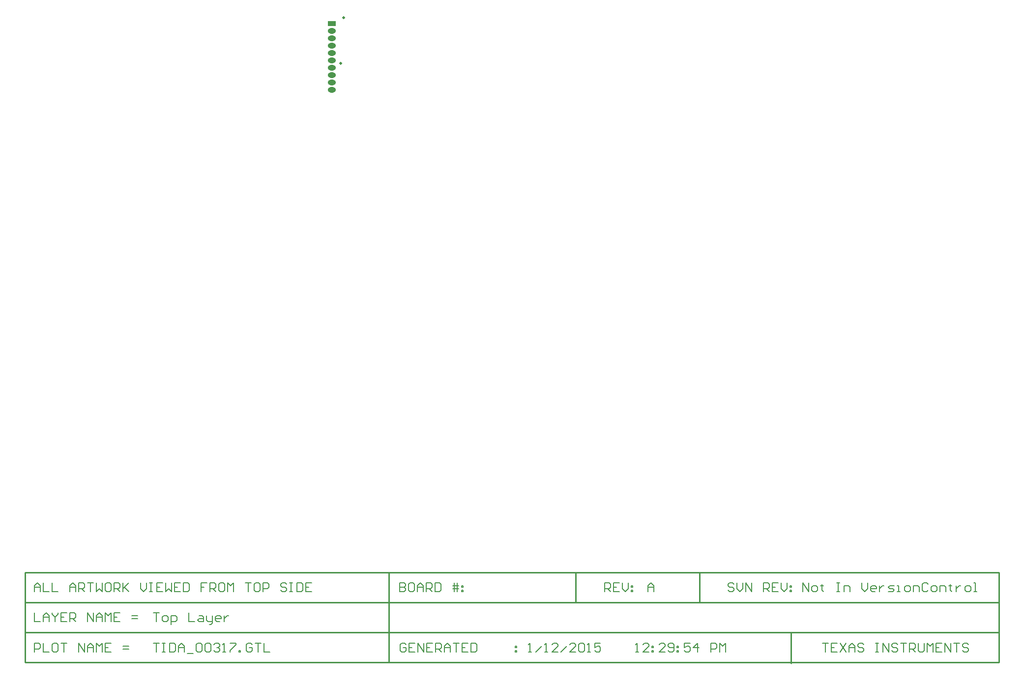
<source format=gtl>
%FSAX25Y25*%
%MOIN*%
G70*
G01*
G75*
G04 Layer_Physical_Order=1*
G04 Layer_Color=255*
%ADD10C,0.00800*%
%ADD11C,0.01000*%
%ADD12R,0.05500X0.03800*%
%ADD13O,0.05500X0.03800*%
%ADD14C,0.02000*%
G54D10*
X0126900Y0073549D02*
X0130899D01*
X0128899D01*
Y0067551D01*
X0133898D02*
X0135897D01*
X0136897Y0068550D01*
Y0070550D01*
X0135897Y0071549D01*
X0133898D01*
X0132898Y0070550D01*
Y0068550D01*
X0133898Y0067551D01*
X0138896Y0065551D02*
Y0071549D01*
X0141895D01*
X0142895Y0070550D01*
Y0068550D01*
X0141895Y0067551D01*
X0138896D01*
X0150892Y0073549D02*
Y0067551D01*
X0154891D01*
X0157890Y0071549D02*
X0159889D01*
X0160889Y0070550D01*
Y0067551D01*
X0157890D01*
X0156890Y0068550D01*
X0157890Y0069550D01*
X0160889D01*
X0162888Y0071549D02*
Y0068550D01*
X0163888Y0067551D01*
X0166887D01*
Y0066551D01*
X0165887Y0065551D01*
X0164888D01*
X0166887Y0067551D02*
Y0071549D01*
X0171885Y0067551D02*
X0169886D01*
X0168886Y0068550D01*
Y0070550D01*
X0169886Y0071549D01*
X0171885D01*
X0172885Y0070550D01*
Y0069550D01*
X0168886D01*
X0174884Y0071549D02*
Y0067551D01*
Y0069550D01*
X0175884Y0070550D01*
X0176884Y0071549D01*
X0177884D01*
X0567400Y0087833D02*
Y0093831D01*
X0571399Y0087833D01*
Y0093831D01*
X0574398Y0087833D02*
X0576397D01*
X0577397Y0088833D01*
Y0090832D01*
X0576397Y0091832D01*
X0574398D01*
X0573398Y0090832D01*
Y0088833D01*
X0574398Y0087833D01*
X0580396Y0092832D02*
Y0091832D01*
X0579396D01*
X0581395D01*
X0580396D01*
Y0088833D01*
X0581395Y0087833D01*
X0590393Y0093831D02*
X0592392D01*
X0591392D01*
Y0087833D01*
X0590393D01*
X0592392D01*
X0595391D02*
Y0091832D01*
X0598390D01*
X0599390Y0090832D01*
Y0087833D01*
X0607387Y0093831D02*
Y0089833D01*
X0609386Y0087833D01*
X0611386Y0089833D01*
Y0093831D01*
X0616384Y0087833D02*
X0614385D01*
X0613385Y0088833D01*
Y0090832D01*
X0614385Y0091832D01*
X0616384D01*
X0617384Y0090832D01*
Y0089833D01*
X0613385D01*
X0619383Y0091832D02*
Y0087833D01*
Y0089833D01*
X0620383Y0090832D01*
X0621383Y0091832D01*
X0622382D01*
X0625381Y0087833D02*
X0628380D01*
X0629380Y0088833D01*
X0628380Y0089833D01*
X0626381D01*
X0625381Y0090832D01*
X0626381Y0091832D01*
X0629380D01*
X0631379Y0087833D02*
X0633379D01*
X0632379D01*
Y0091832D01*
X0631379D01*
X0637377Y0087833D02*
X0639377D01*
X0640376Y0088833D01*
Y0090832D01*
X0639377Y0091832D01*
X0637377D01*
X0636378Y0090832D01*
Y0088833D01*
X0637377Y0087833D01*
X0642376D02*
Y0091832D01*
X0645375D01*
X0646374Y0090832D01*
Y0087833D01*
X0652373Y0092832D02*
X0651373Y0093831D01*
X0649373D01*
X0648374Y0092832D01*
Y0088833D01*
X0649373Y0087833D01*
X0651373D01*
X0652373Y0088833D01*
X0655372Y0087833D02*
X0657371D01*
X0658371Y0088833D01*
Y0090832D01*
X0657371Y0091832D01*
X0655372D01*
X0654372Y0090832D01*
Y0088833D01*
X0655372Y0087833D01*
X0660370D02*
Y0091832D01*
X0663369D01*
X0664369Y0090832D01*
Y0087833D01*
X0667368Y0092832D02*
Y0091832D01*
X0666368D01*
X0668367D01*
X0667368D01*
Y0088833D01*
X0668367Y0087833D01*
X0671366Y0091832D02*
Y0087833D01*
Y0089833D01*
X0672366Y0090832D01*
X0673366Y0091832D01*
X0674365D01*
X0678364Y0087833D02*
X0680364D01*
X0681363Y0088833D01*
Y0090832D01*
X0680364Y0091832D01*
X0678364D01*
X0677364Y0090832D01*
Y0088833D01*
X0678364Y0087833D01*
X0683362D02*
X0685362D01*
X0684362D01*
Y0093831D01*
X0683362D01*
X0520799Y0092832D02*
X0519799Y0093831D01*
X0517800D01*
X0516800Y0092832D01*
Y0091832D01*
X0517800Y0090832D01*
X0519799D01*
X0520799Y0089833D01*
Y0088833D01*
X0519799Y0087833D01*
X0517800D01*
X0516800Y0088833D01*
X0522798Y0093831D02*
Y0089833D01*
X0524797Y0087833D01*
X0526797Y0089833D01*
Y0093831D01*
X0528796Y0087833D02*
Y0093831D01*
X0532795Y0087833D01*
Y0093831D01*
X0540792Y0087833D02*
Y0093831D01*
X0543791D01*
X0544791Y0092832D01*
Y0090832D01*
X0543791Y0089833D01*
X0540792D01*
X0542792D02*
X0544791Y0087833D01*
X0550789Y0093831D02*
X0546790D01*
Y0087833D01*
X0550789D01*
X0546790Y0090832D02*
X0548790D01*
X0552788Y0093831D02*
Y0089833D01*
X0554788Y0087833D01*
X0556787Y0089833D01*
Y0093831D01*
X0558786Y0091832D02*
X0559786D01*
Y0090832D01*
X0558786D01*
Y0091832D01*
Y0088833D02*
X0559786D01*
Y0087833D01*
X0558786D01*
Y0088833D01*
X0433000Y0087833D02*
Y0093831D01*
X0435999D01*
X0436999Y0092832D01*
Y0090832D01*
X0435999Y0089833D01*
X0433000D01*
X0434999D02*
X0436999Y0087833D01*
X0442997Y0093831D02*
X0438998D01*
Y0087833D01*
X0442997D01*
X0438998Y0090832D02*
X0440997D01*
X0444996Y0093831D02*
Y0089833D01*
X0446995Y0087833D01*
X0448995Y0089833D01*
Y0093831D01*
X0450994Y0091832D02*
X0451994D01*
Y0090832D01*
X0450994D01*
Y0091832D01*
Y0088833D02*
X0451994D01*
Y0087833D01*
X0450994D01*
Y0088833D01*
X0126900Y0052965D02*
X0130899D01*
X0128899D01*
Y0046966D01*
X0132898Y0052965D02*
X0134897D01*
X0133898D01*
Y0046966D01*
X0132898D01*
X0134897D01*
X0137896Y0052965D02*
Y0046966D01*
X0140895D01*
X0141895Y0047966D01*
Y0051965D01*
X0140895Y0052965D01*
X0137896D01*
X0143895Y0046966D02*
Y0050965D01*
X0145894Y0052965D01*
X0147893Y0050965D01*
Y0046966D01*
Y0049966D01*
X0143895D01*
X0149893Y0045967D02*
X0153891D01*
X0155891Y0051965D02*
X0156890Y0052965D01*
X0158890D01*
X0159889Y0051965D01*
Y0047966D01*
X0158890Y0046966D01*
X0156890D01*
X0155891Y0047966D01*
Y0051965D01*
X0161889D02*
X0162888Y0052965D01*
X0164888D01*
X0165887Y0051965D01*
Y0047966D01*
X0164888Y0046966D01*
X0162888D01*
X0161889Y0047966D01*
Y0051965D01*
X0167887D02*
X0168886Y0052965D01*
X0170886D01*
X0171885Y0051965D01*
Y0050965D01*
X0170886Y0049966D01*
X0169886D01*
X0170886D01*
X0171885Y0048966D01*
Y0047966D01*
X0170886Y0046966D01*
X0168886D01*
X0167887Y0047966D01*
X0173885Y0046966D02*
X0175884D01*
X0174884D01*
Y0052965D01*
X0173885Y0051965D01*
X0178883Y0052965D02*
X0182882D01*
Y0051965D01*
X0178883Y0047966D01*
Y0046966D01*
X0184881D02*
Y0047966D01*
X0185881D01*
Y0046966D01*
X0184881D01*
X0193878Y0051965D02*
X0192879Y0052965D01*
X0190879D01*
X0189880Y0051965D01*
Y0047966D01*
X0190879Y0046966D01*
X0192879D01*
X0193878Y0047966D01*
Y0049966D01*
X0191879D01*
X0195878Y0052965D02*
X0199876D01*
X0197877D01*
Y0046966D01*
X0201876Y0052965D02*
Y0046966D01*
X0205874D01*
X0381150D02*
X0383149D01*
X0382150D01*
Y0052965D01*
X0381150Y0051965D01*
X0386148Y0046966D02*
X0390147Y0050965D01*
X0392146Y0046966D02*
X0394146D01*
X0393146D01*
Y0052965D01*
X0392146Y0051965D01*
X0401144Y0046966D02*
X0397145D01*
X0401144Y0050965D01*
Y0051965D01*
X0400144Y0052965D01*
X0398145D01*
X0397145Y0051965D01*
X0403143Y0046966D02*
X0407142Y0050965D01*
X0413140Y0046966D02*
X0409141D01*
X0413140Y0050965D01*
Y0051965D01*
X0412140Y0052965D01*
X0410141D01*
X0409141Y0051965D01*
X0415139D02*
X0416139Y0052965D01*
X0418138D01*
X0419138Y0051965D01*
Y0047966D01*
X0418138Y0046966D01*
X0416139D01*
X0415139Y0047966D01*
Y0051965D01*
X0421137Y0046966D02*
X0423136D01*
X0422137D01*
Y0052965D01*
X0421137Y0051965D01*
X0430134Y0052965D02*
X0426135D01*
Y0049966D01*
X0428135Y0050965D01*
X0429135D01*
X0430134Y0049966D01*
Y0047966D01*
X0429135Y0046966D01*
X0427135D01*
X0426135Y0047966D01*
X0298199Y0051965D02*
X0297199Y0052965D01*
X0295200D01*
X0294200Y0051965D01*
Y0047966D01*
X0295200Y0046966D01*
X0297199D01*
X0298199Y0047966D01*
Y0049966D01*
X0296199D01*
X0304197Y0052965D02*
X0300198D01*
Y0046966D01*
X0304197D01*
X0300198Y0049966D02*
X0302197D01*
X0306196Y0046966D02*
Y0052965D01*
X0310195Y0046966D01*
Y0052965D01*
X0316193D02*
X0312194D01*
Y0046966D01*
X0316193D01*
X0312194Y0049966D02*
X0314194D01*
X0318192Y0046966D02*
Y0052965D01*
X0321191D01*
X0322191Y0051965D01*
Y0049966D01*
X0321191Y0048966D01*
X0318192D01*
X0320192D02*
X0322191Y0046966D01*
X0324190D02*
Y0050965D01*
X0326190Y0052965D01*
X0328189Y0050965D01*
Y0046966D01*
Y0049966D01*
X0324190D01*
X0330188Y0052965D02*
X0334187D01*
X0332188D01*
Y0046966D01*
X0340185Y0052965D02*
X0336186D01*
Y0046966D01*
X0340185D01*
X0336186Y0049966D02*
X0338186D01*
X0342184Y0052965D02*
Y0046966D01*
X0345183D01*
X0346183Y0047966D01*
Y0051965D01*
X0345183Y0052965D01*
X0342184D01*
X0372175Y0050965D02*
X0373175D01*
Y0049966D01*
X0372175D01*
Y0050965D01*
Y0047966D02*
X0373175D01*
Y0046966D01*
X0372175D01*
Y0047966D01*
X0046350Y0087833D02*
Y0091832D01*
X0048349Y0093831D01*
X0050349Y0091832D01*
Y0087833D01*
Y0090832D01*
X0046350D01*
X0052348Y0093831D02*
Y0087833D01*
X0056347D01*
X0058346Y0093831D02*
Y0087833D01*
X0062345D01*
X0070342D02*
Y0091832D01*
X0072342Y0093831D01*
X0074341Y0091832D01*
Y0087833D01*
Y0090832D01*
X0070342D01*
X0076340Y0087833D02*
Y0093831D01*
X0079339D01*
X0080339Y0092832D01*
Y0090832D01*
X0079339Y0089833D01*
X0076340D01*
X0078340D02*
X0080339Y0087833D01*
X0082338Y0093831D02*
X0086337D01*
X0084338D01*
Y0087833D01*
X0088336Y0093831D02*
Y0087833D01*
X0090336Y0089833D01*
X0092335Y0087833D01*
Y0093831D01*
X0097334D02*
X0095334D01*
X0094335Y0092832D01*
Y0088833D01*
X0095334Y0087833D01*
X0097334D01*
X0098333Y0088833D01*
Y0092832D01*
X0097334Y0093831D01*
X0100332Y0087833D02*
Y0093831D01*
X0103332D01*
X0104331Y0092832D01*
Y0090832D01*
X0103332Y0089833D01*
X0100332D01*
X0102332D02*
X0104331Y0087833D01*
X0106331Y0093831D02*
Y0087833D01*
Y0089833D01*
X0110329Y0093831D01*
X0107330Y0090832D01*
X0110329Y0087833D01*
X0118327Y0093831D02*
Y0089833D01*
X0120326Y0087833D01*
X0122325Y0089833D01*
Y0093831D01*
X0124325D02*
X0126324D01*
X0125324D01*
Y0087833D01*
X0124325D01*
X0126324D01*
X0133322Y0093831D02*
X0129323D01*
Y0087833D01*
X0133322D01*
X0129323Y0090832D02*
X0131323D01*
X0135321Y0093831D02*
Y0087833D01*
X0137321Y0089833D01*
X0139320Y0087833D01*
Y0093831D01*
X0145318D02*
X0141319D01*
Y0087833D01*
X0145318D01*
X0141319Y0090832D02*
X0143319D01*
X0147317Y0093831D02*
Y0087833D01*
X0150316D01*
X0151316Y0088833D01*
Y0092832D01*
X0150316Y0093831D01*
X0147317D01*
X0163312D02*
X0159313D01*
Y0090832D01*
X0161313D01*
X0159313D01*
Y0087833D01*
X0165312D02*
Y0093831D01*
X0168310D01*
X0169310Y0092832D01*
Y0090832D01*
X0168310Y0089833D01*
X0165312D01*
X0167311D02*
X0169310Y0087833D01*
X0174309Y0093831D02*
X0172309D01*
X0171310Y0092832D01*
Y0088833D01*
X0172309Y0087833D01*
X0174309D01*
X0175308Y0088833D01*
Y0092832D01*
X0174309Y0093831D01*
X0177308Y0087833D02*
Y0093831D01*
X0179307Y0091832D01*
X0181306Y0093831D01*
Y0087833D01*
X0189304Y0093831D02*
X0193303D01*
X0191303D01*
Y0087833D01*
X0198301Y0093831D02*
X0196301D01*
X0195302Y0092832D01*
Y0088833D01*
X0196301Y0087833D01*
X0198301D01*
X0199301Y0088833D01*
Y0092832D01*
X0198301Y0093831D01*
X0201300Y0087833D02*
Y0093831D01*
X0204299D01*
X0205299Y0092832D01*
Y0090832D01*
X0204299Y0089833D01*
X0201300D01*
X0217295Y0092832D02*
X0216295Y0093831D01*
X0214296D01*
X0213296Y0092832D01*
Y0091832D01*
X0214296Y0090832D01*
X0216295D01*
X0217295Y0089833D01*
Y0088833D01*
X0216295Y0087833D01*
X0214296D01*
X0213296Y0088833D01*
X0219294Y0093831D02*
X0221293D01*
X0220294D01*
Y0087833D01*
X0219294D01*
X0221293D01*
X0224292Y0093831D02*
Y0087833D01*
X0227291D01*
X0228291Y0088833D01*
Y0092832D01*
X0227291Y0093831D01*
X0224292D01*
X0234289D02*
X0230291D01*
Y0087833D01*
X0234289D01*
X0230291Y0090832D02*
X0232290D01*
X0462150Y0087833D02*
Y0091832D01*
X0464149Y0093831D01*
X0466149Y0091832D01*
Y0087833D01*
Y0090832D01*
X0462150D01*
X0294000Y0093831D02*
Y0087833D01*
X0296999D01*
X0297999Y0088833D01*
Y0089833D01*
X0296999Y0090832D01*
X0294000D01*
X0296999D01*
X0297999Y0091832D01*
Y0092832D01*
X0296999Y0093831D01*
X0294000D01*
X0302997D02*
X0300998D01*
X0299998Y0092832D01*
Y0088833D01*
X0300998Y0087833D01*
X0302997D01*
X0303997Y0088833D01*
Y0092832D01*
X0302997Y0093831D01*
X0305996Y0087833D02*
Y0091832D01*
X0307996Y0093831D01*
X0309995Y0091832D01*
Y0087833D01*
Y0090832D01*
X0305996D01*
X0311994Y0087833D02*
Y0093831D01*
X0314993D01*
X0315993Y0092832D01*
Y0090832D01*
X0314993Y0089833D01*
X0311994D01*
X0313994D02*
X0315993Y0087833D01*
X0317992Y0093831D02*
Y0087833D01*
X0320991D01*
X0321991Y0088833D01*
Y0092832D01*
X0320991Y0093831D01*
X0317992D01*
X0330988Y0087833D02*
Y0093831D01*
X0332987D02*
Y0087833D01*
X0329988Y0091832D02*
X0332987D01*
X0333987D01*
X0329988Y0089833D02*
X0333987D01*
X0335986Y0091832D02*
X0336986D01*
Y0090832D01*
X0335986D01*
Y0091832D01*
Y0088833D02*
X0336986D01*
Y0087833D01*
X0335986D01*
Y0088833D01*
X0046350Y0073549D02*
Y0067551D01*
X0050349D01*
X0052348D02*
Y0071549D01*
X0054347Y0073549D01*
X0056347Y0071549D01*
Y0067551D01*
Y0070550D01*
X0052348D01*
X0058346Y0073549D02*
Y0072549D01*
X0060346Y0070550D01*
X0062345Y0072549D01*
Y0073549D01*
X0060346Y0070550D02*
Y0067551D01*
X0068343Y0073549D02*
X0064344D01*
Y0067551D01*
X0068343D01*
X0064344Y0070550D02*
X0066343D01*
X0070342Y0067551D02*
Y0073549D01*
X0073341D01*
X0074341Y0072549D01*
Y0070550D01*
X0073341Y0069550D01*
X0070342D01*
X0072342D02*
X0074341Y0067551D01*
X0082338D02*
Y0073549D01*
X0086337Y0067551D01*
Y0073549D01*
X0088336Y0067551D02*
Y0071549D01*
X0090336Y0073549D01*
X0092335Y0071549D01*
Y0067551D01*
Y0070550D01*
X0088336D01*
X0094335Y0067551D02*
Y0073549D01*
X0096334Y0071549D01*
X0098333Y0073549D01*
Y0067551D01*
X0104331Y0073549D02*
X0100332D01*
Y0067551D01*
X0104331D01*
X0100332Y0070550D02*
X0102332D01*
X0112329Y0069550D02*
X0116327D01*
X0112329Y0071549D02*
X0116327D01*
X0046350Y0046966D02*
Y0052965D01*
X0049349D01*
X0050349Y0051965D01*
Y0049966D01*
X0049349Y0048966D01*
X0046350D01*
X0052348Y0052965D02*
Y0046966D01*
X0056347D01*
X0061345Y0052965D02*
X0059346D01*
X0058346Y0051965D01*
Y0047966D01*
X0059346Y0046966D01*
X0061345D01*
X0062345Y0047966D01*
Y0051965D01*
X0061345Y0052965D01*
X0064344D02*
X0068343D01*
X0066343D01*
Y0046966D01*
X0076340D02*
Y0052965D01*
X0080339Y0046966D01*
Y0052965D01*
X0082338Y0046966D02*
Y0050965D01*
X0084338Y0052965D01*
X0086337Y0050965D01*
Y0046966D01*
Y0049966D01*
X0082338D01*
X0088336Y0046966D02*
Y0052965D01*
X0090336Y0050965D01*
X0092335Y0052965D01*
Y0046966D01*
X0098333Y0052965D02*
X0094335D01*
Y0046966D01*
X0098333D01*
X0094335Y0049966D02*
X0096334D01*
X0106331Y0048966D02*
X0110329D01*
X0106331Y0050965D02*
X0110329D01*
X0454050Y0046966D02*
X0456049D01*
X0455050D01*
Y0052965D01*
X0454050Y0051965D01*
X0463047Y0046966D02*
X0459048D01*
X0463047Y0050965D01*
Y0051965D01*
X0462047Y0052965D01*
X0460048D01*
X0459048Y0051965D01*
X0465046Y0050965D02*
X0466046D01*
Y0049966D01*
X0465046D01*
Y0050965D01*
Y0047966D02*
X0466046D01*
Y0046966D01*
X0465046D01*
Y0047966D01*
X0474044Y0046966D02*
X0470045D01*
X0474044Y0050965D01*
Y0051965D01*
X0473044Y0052965D01*
X0471044D01*
X0470045Y0051965D01*
X0476043Y0047966D02*
X0477043Y0046966D01*
X0479042D01*
X0480042Y0047966D01*
Y0051965D01*
X0479042Y0052965D01*
X0477043D01*
X0476043Y0051965D01*
Y0050965D01*
X0477043Y0049966D01*
X0480042D01*
X0482041Y0050965D02*
X0483041D01*
Y0049966D01*
X0482041D01*
Y0050965D01*
Y0047966D02*
X0483041D01*
Y0046966D01*
X0482041D01*
Y0047966D01*
X0491038Y0052965D02*
X0487039D01*
Y0049966D01*
X0489039Y0050965D01*
X0490038D01*
X0491038Y0049966D01*
Y0047966D01*
X0490038Y0046966D01*
X0488039D01*
X0487039Y0047966D01*
X0496036Y0046966D02*
Y0052965D01*
X0493037Y0049966D01*
X0497036D01*
X0505033Y0046966D02*
Y0052965D01*
X0508033D01*
X0509032Y0051965D01*
Y0049966D01*
X0508033Y0048966D01*
X0505033D01*
X0511032Y0046966D02*
Y0052965D01*
X0513031Y0050965D01*
X0515030Y0052965D01*
Y0046966D01*
X0580500Y0052965D02*
X0584499D01*
X0582499D01*
Y0046966D01*
X0590497Y0052965D02*
X0586498D01*
Y0046966D01*
X0590497D01*
X0586498Y0049966D02*
X0588497D01*
X0592496Y0052965D02*
X0596495Y0046966D01*
Y0052965D02*
X0592496Y0046966D01*
X0598494D02*
Y0050965D01*
X0600493Y0052965D01*
X0602493Y0050965D01*
Y0046966D01*
Y0049966D01*
X0598494D01*
X0608491Y0051965D02*
X0607491Y0052965D01*
X0605492D01*
X0604492Y0051965D01*
Y0050965D01*
X0605492Y0049966D01*
X0607491D01*
X0608491Y0048966D01*
Y0047966D01*
X0607491Y0046966D01*
X0605492D01*
X0604492Y0047966D01*
X0616488Y0052965D02*
X0618488D01*
X0617488D01*
Y0046966D01*
X0616488D01*
X0618488D01*
X0621487D02*
Y0052965D01*
X0625486Y0046966D01*
Y0052965D01*
X0631484Y0051965D02*
X0630484Y0052965D01*
X0628484D01*
X0627485Y0051965D01*
Y0050965D01*
X0628484Y0049966D01*
X0630484D01*
X0631484Y0048966D01*
Y0047966D01*
X0630484Y0046966D01*
X0628484D01*
X0627485Y0047966D01*
X0633483Y0052965D02*
X0637482D01*
X0635482D01*
Y0046966D01*
X0639481D02*
Y0052965D01*
X0642480D01*
X0643480Y0051965D01*
Y0049966D01*
X0642480Y0048966D01*
X0639481D01*
X0641480D02*
X0643480Y0046966D01*
X0645479Y0052965D02*
Y0047966D01*
X0646479Y0046966D01*
X0648478D01*
X0649478Y0047966D01*
Y0052965D01*
X0651477Y0046966D02*
Y0052965D01*
X0653476Y0050965D01*
X0655476Y0052965D01*
Y0046966D01*
X0661474Y0052965D02*
X0657475D01*
Y0046966D01*
X0661474D01*
X0657475Y0049966D02*
X0659474D01*
X0663473Y0046966D02*
Y0052965D01*
X0667472Y0046966D01*
Y0052965D01*
X0669471D02*
X0673470D01*
X0671471D01*
Y0046966D01*
X0679468Y0051965D02*
X0678468Y0052965D01*
X0676469D01*
X0675469Y0051965D01*
Y0050965D01*
X0676469Y0049966D01*
X0678468D01*
X0679468Y0048966D01*
Y0047966D01*
X0678468Y0046966D01*
X0676469D01*
X0675469Y0047966D01*
G54D11*
X0497200Y0080717D02*
Y0101050D01*
X0413200Y0080717D02*
Y0101050D01*
X0040000Y0080717D02*
X0700200D01*
X0040000Y0060383D02*
X0700000D01*
X0040000Y0040050D02*
X0440500D01*
X0040050Y0101050D02*
X0700200D01*
X0040050Y0040050D02*
Y0101050D01*
Y0040050D02*
X0197600D01*
X0040000D02*
Y0101050D01*
X0286500Y0040050D02*
Y0101050D01*
X0700200Y0040050D02*
Y0101050D01*
X0440500Y0040050D02*
X0700200D01*
X0559400Y0039400D02*
Y0059683D01*
G54D12*
X0247838Y0473677D02*
D03*
G54D13*
Y0468677D02*
D03*
Y0463677D02*
D03*
Y0458677D02*
D03*
Y0453677D02*
D03*
Y0448677D02*
D03*
Y0443677D02*
D03*
Y0438677D02*
D03*
Y0433677D02*
D03*
Y0428677D02*
D03*
G54D14*
X0255916Y0477677D02*
D03*
X0253916Y0446677D02*
D03*
M02*

</source>
